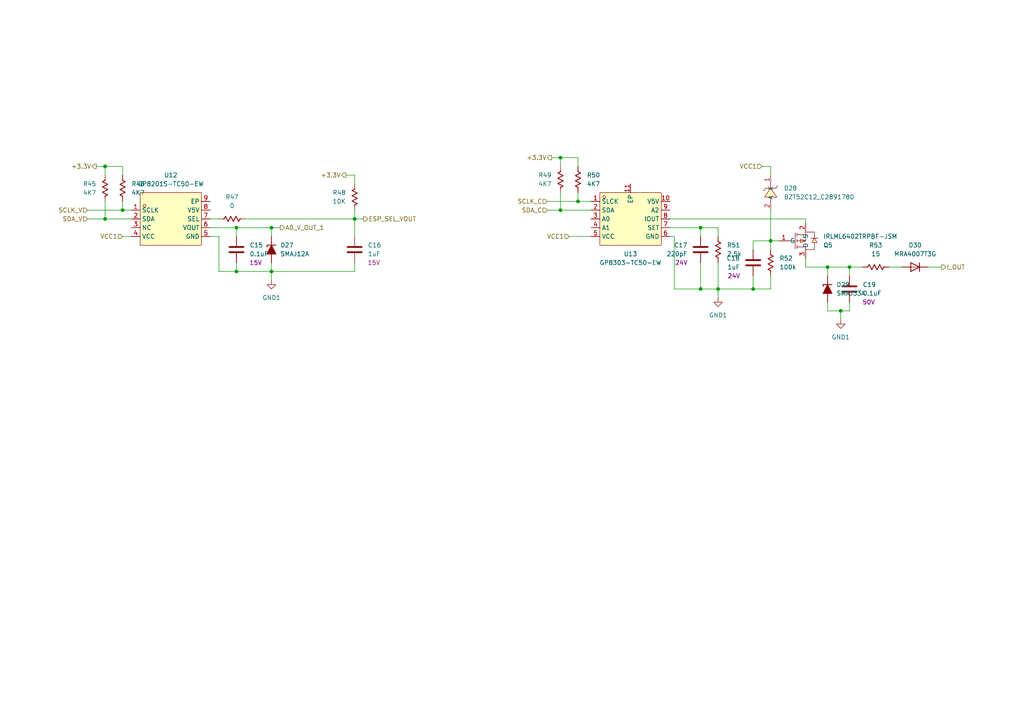
<source format=kicad_sch>
(kicad_sch (version 20250114) (generator "eeschema") (generator_version "9.0")
  (paper "A4")
  (lib_symbols
    (symbol "Diode:MRA4007T3G" (pin_numbers (hide yes)) (pin_names (hide yes))
      (property "Reference" "D" (at 0 2.54 0))
      (property "Value" "MRA4007T3G" (at 0 -2.54 0))
      (symbol "MRA4007T3G_0_1"
        (polyline (pts (xy -1.27 1.27) (xy -1.27 -1.27)) (stroke (width 0.254)))
        (polyline (pts (xy 1.27 1.27) (xy 1.27 -1.27) (xy -1.27 0) (xy 1.27 1.27)) (stroke (width 0.254)))
        (polyline (pts (xy 1.27 0) (xy -1.27 0)))
      )
      (symbol "MRA4007T3G_1_1"
        (pin passive line (at -3.81 0 0) (length 2.54) (name "K") (number "1"))
        (pin passive line (at 3.81 0 180) (length 2.54) (name "A") (number "2"))
      )
    )
    (symbol "EasyEDA:BZT52C12_C2891780"
      (property "Reference" "D" (at 0 5.08 0))
      (property "Value" "BZT52C12_C2891780" (at 0 -5.08 0))
      (symbol "BZT52C12_C2891780_0_1"
        (polyline (pts (xy -2.03 2.03) (xy -1.27 1.52) (xy -1.27 -1.52) (xy -0.51 -2.03)))
        (polyline (pts (xy -1.27 0) (xy -2.54 0)))
        (polyline (pts (xy 1.27 1.78) (xy -1.27 0) (xy 1.27 -1.78) (xy 1.27 1.78)) (fill (type background)))
        (polyline (pts (xy 2.54 0) (xy 1.27 0)))
        (pin unspecified line (at -5.08 0 0) (length 2.54) (name "K") (number "1"))
        (pin unspecified line (at 5.08 0 180) (length 2.54) (name "A") (number "2"))
      )
    )
    (symbol "EasyEDA:GP8201S-TC50-EW"
      (property "Reference" "U" (at 0 10.16 0))
      (property "Value" "GP8201S-TC50-EW" (at 0 -10.16 0))
      (symbol "GP8201S-TC50-EW_0_1"
        (rectangle (start -8.89 7.62) (end 8.89 -7.62) (fill (type background)))
        (circle (center -7.62 3.81) (radius 0.38))
        (pin unspecified line (at -11.43 2.54 0) (length 2.54) (name "SCLK") (number "1"))
        (pin unspecified line (at -11.43 0 0) (length 2.54) (name "SDA") (number "2"))
        (pin unspecified line (at -11.43 -2.54 0) (length 2.54) (name "NC") (number "3"))
        (pin unspecified line (at -11.43 -5.08 0) (length 2.54) (name "VCC") (number "4"))
        (pin unspecified line (at 11.43 5.08 180) (length 2.54) (name "EP") (number "9"))
        (pin unspecified line (at 11.43 2.54 180) (length 2.54) (name "V5V") (number "8"))
        (pin unspecified line (at 11.43 0 180) (length 2.54) (name "SEL") (number "7"))
        (pin unspecified line (at 11.43 -2.54 180) (length 2.54) (name "VOUT") (number "6"))
        (pin unspecified line (at 11.43 -5.08 180) (length 2.54) (name "GND") (number "5"))
      )
    )
    (symbol "EasyEDA:GP8303-TC50-EW"
      (property "Reference" "U" (at 0 15.24 0))
      (property "Value" "GP8303-TC50-EW" (at 0 -10.16 0))
      (symbol "GP8303-TC50-EW_0_1"
        (rectangle (start -8.89 7.62) (end 8.89 -7.62) (fill (type background)))
        (circle (center -7.62 6.35) (radius 0.38))
        (pin unspecified line (at -11.43 5.08 0) (length 2.54) (name "SLCK") (number "1"))
        (pin unspecified line (at -11.43 2.54 0) (length 2.54) (name "SDA") (number "2"))
        (pin unspecified line (at -11.43 0 0) (length 2.54) (name "A0") (number "3"))
        (pin unspecified line (at -11.43 -2.54 0) (length 2.54) (name "A1") (number "4"))
        (pin unspecified line (at -11.43 -5.08 0) (length 2.54) (name "VCC") (number "5"))
        (pin unspecified line (at 0 10.16 270) (length 2.54) (name "EP") (number "11"))
        (pin unspecified line (at 11.43 5.08 180) (length 2.54) (name "V5V") (number "10"))
        (pin unspecified line (at 11.43 2.54 180) (length 2.54) (name "A2") (number "9"))
        (pin unspecified line (at 11.43 0 180) (length 2.54) (name "IOUT") (number "8"))
        (pin unspecified line (at 11.43 -2.54 180) (length 2.54) (name "SET") (number "7"))
        (pin unspecified line (at 11.43 -5.08 180) (length 2.54) (name "GND") (number "6"))
      )
    )
    (symbol "EasyEDA:IRLML6402TRPBF-JSM"
      (property "Reference" "Q" (at 0 10.16 0))
      (property "Value" "IRLML6402TRPBF-JSM" (at 0 -10.16 0))
      (symbol "IRLML6402TRPBF-JSM_0_1"
        (polyline (pts (xy -2.54 0) (xy -0.51 0)))
        (polyline (pts (xy -0.51 2.29) (xy -0.51 -2.29)))
        (polyline (pts (xy 0 2.29) (xy 0 1.27)))
        (polyline (pts (xy 0 1.78) (xy 2.54 1.78) (xy 2.54 2.54) (xy 5.08 2.54) (xy 5.08 0.51)))
        (polyline (pts (xy 0 0) (xy 2.54 0) (xy 2.54 -2.54) (xy 5.08 -2.54) (xy 5.08 -0.76)))
        (polyline (pts (xy 0 -0.51) (xy 0 0.51)))
        (polyline (pts (xy 0 -2.29) (xy 0 -1.27)))
        (polyline (pts (xy 2.54 0) (xy 1.02 -0.51) (xy 1.02 0.51) (xy 2.54 0)) (fill (type background)))
        (polyline (pts (xy 2.54 -1.78) (xy 0 -1.78)))
        (polyline (pts (xy 5.08 -0.76) (xy 4.32 0.51) (xy 5.84 0.51) (xy 5.08 -0.76)) (fill (type background)))
        (polyline (pts (xy 6.1 -0.76) (xy 5.59 -0.76) (xy 4.57 -0.76) (xy 4.06 -0.76)))
        (pin unspecified line (at -5.08 0 0) (length 2.54) (name "G") (number "1"))
        (pin unspecified line (at 2.54 5.08 270) (length 2.54) (name "D") (number "3"))
        (pin unspecified line (at 2.54 -5.08 90) (length 2.54) (name "S") (number "2"))
      )
    )
    (symbol "PCM_Capacitor_US_AKL:C_0603" (pin_numbers (hide yes)) (pin_names (offset 0.254))
      (property "Reference" "C" (at 0.635 2.54 0))
      (property "Value" "C_0603" (at 0.635 -2.54 0))
      (symbol "C_0603_0_1"
        (polyline (pts (xy -2.032 0.762) (xy 2.032 0.762)) (stroke (width 0.508)))
        (polyline (pts (xy -2.032 -0.762) (xy 2.032 -0.762)) (stroke (width 0.508)))
      )
      (symbol "C_0603_0_2"
        (polyline (pts (xy -2.54 -2.54) (xy -0.381 -0.381)))
        (polyline (pts (xy -0.508 -0.508) (xy -1.651 0.635)) (stroke (width 0.508)))
        (polyline (pts (xy -0.508 -0.508) (xy 0.635 -1.651)) (stroke (width 0.508)))
        (polyline (pts (xy 0.381 0.381) (xy 2.54 2.54)))
        (polyline (pts (xy 0.508 0.508) (xy -0.635 1.651)) (stroke (width 0.508)))
        (polyline (pts (xy 0.508 0.508) (xy 1.651 -0.635)) (stroke (width 0.508)))
      )
      (symbol "C_0603_1_1"
        (pin passive line (at 0 3.81 270) (length 2.794) (name "~") (number "1"))
        (pin passive line (at 0 -3.81 90) (length 2.794) (name "~") (number "2"))
      )
      (symbol "C_0603_1_2"
        (pin passive line (at -2.54 -2.54 90) (length 0) (name "~") (number "2"))
        (pin passive line (at 2.54 2.54 270) (length 0) (name "~") (number "1"))
      )
    )
    (symbol "PCM_Diode_TVS_AKL:SMAJ12A" (pin_numbers (hide yes)) (pin_names (offset 1.016) (hide yes))
      (property "Reference" "D" (at 0 5.08 0))
      (property "Value" "SMAJ12A" (at 0 2.54 0))
      (symbol "SMAJ12A_0_1"
        (polyline (pts (xy -1.27 1.27) (xy -1.27 -1.27) (xy 1.27 0) (xy -1.27 1.27)) (stroke (width 0.254)) (fill (type outline)))
        (polyline (pts (xy -1.27 0) (xy 1.27 0)))
        (polyline (pts (xy 1.27 1.27) (xy 0.762 1.27)) (stroke (width 0.254)))
        (polyline (pts (xy 1.27 -1.27) (xy 1.27 1.27)) (stroke (width 0.254)))
      )
      (symbol "SMAJ12A_0_2"
        (polyline (pts (xy -2.54 -2.54) (xy 2.54 2.54)))
        (polyline (pts (xy -0.889 -0.889) (xy -1.778 0) (xy 0.889 0.889) (xy 0 -1.778) (xy -0.889 -0.889)) (stroke (width 0.254)) (fill (type outline)))
        (polyline (pts (xy 0 1.778) (xy -0.381 1.397)) (stroke (width 0.254)))
        (polyline (pts (xy 0 1.778) (xy 1.778 0)) (stroke (width 0.254)))
      )
      (symbol "SMAJ12A_1_1"
        (pin passive line (at -3.81 0 0) (length 2.54) (name "A") (number "2"))
        (pin passive line (at 3.81 0 180) (length 2.54) (name "K") (number "1"))
      )
      (symbol "SMAJ12A_1_2"
        (pin passive line (at -2.54 -2.54 0) (length 0) (name "A") (number "2"))
        (pin passive line (at 2.54 2.54 180) (length 0) (name "K") (number "1"))
      )
    )
    (symbol "PCM_Diode_TVS_AKL:SMAJ33A" (pin_numbers (hide yes)) (pin_names (offset 1.016) (hide yes))
      (property "Reference" "D" (at 0 5.08 0))
      (property "Value" "SMAJ33A" (at 0 2.54 0))
      (symbol "SMAJ33A_0_1"
        (polyline (pts (xy -1.27 1.27) (xy -1.27 -1.27) (xy 1.27 0) (xy -1.27 1.27)) (stroke (width 0.254)) (fill (type outline)))
        (polyline (pts (xy -1.27 0) (xy 1.27 0)))
        (polyline (pts (xy 1.27 1.27) (xy 0.762 1.27)) (stroke (width 0.254)))
        (polyline (pts (xy 1.27 -1.27) (xy 1.27 1.27)) (stroke (width 0.254)))
      )
      (symbol "SMAJ33A_0_2"
        (polyline (pts (xy -2.54 -2.54) (xy 2.54 2.54)))
        (polyline (pts (xy -0.889 -0.889) (xy -1.778 0) (xy 0.889 0.889) (xy 0 -1.778) (xy -0.889 -0.889)) (stroke (width 0.254)) (fill (type outline)))
        (polyline (pts (xy 0 1.778) (xy -0.381 1.397)) (stroke (width 0.254)))
        (polyline (pts (xy 0 1.778) (xy 1.778 0)) (stroke (width 0.254)))
      )
      (symbol "SMAJ33A_1_1"
        (pin passive line (at -3.81 0 0) (length 2.54) (name "A") (number "2"))
        (pin passive line (at 3.81 0 180) (length 2.54) (name "K") (number "1"))
      )
      (symbol "SMAJ33A_1_2"
        (pin passive line (at -2.54 -2.54 0) (length 0) (name "A") (number "2"))
        (pin passive line (at 2.54 2.54 180) (length 0) (name "K") (number "1"))
      )
    )
    (symbol "PCM_Resistor_US_AKL:R_0603" (pin_numbers (hide yes)) (pin_names (offset 0))
      (property "Reference" "R" (at 2.54 1.27 0))
      (property "Value" "R_0603" (at 2.54 -1.27 0))
      (symbol "R_0603_0_1"
        (polyline (pts (xy 0 2.286) (xy 0 2.54)) (stroke (width 0.254)))
        (polyline (pts (xy 0 2.286) (xy 0.762 1.905) (xy -0.762 1.143) (xy 0 0.762) (xy 0.762 0.381) (xy 0 0) (xy -0.762 -0.381) (xy 0 -0.762) (xy 0.762 -1.143) (xy 0 -1.524) (xy -0.762 -1.905) (xy 0 -2.286)) (stroke (width 0.254)))
        (polyline (pts (xy 0 -2.286) (xy 0 -2.54)) (stroke (width 0.254)))
      )
      (symbol "R_0603_0_2"
        (polyline (pts (xy -2.54 -2.54) (xy -1.778 -1.778)))
        (polyline (pts (xy -1.778 -1.778) (xy -1.524 -1.524)) (stroke (width 0.254)))
        (polyline (pts (xy -1.524 -1.524) (xy -1.778 -0.762) (xy -1.016 -1.016)) (stroke (width 0.254)))
        (polyline (pts (xy -0.508 -0.508) (xy -0.762 0.254) (xy 0 0)) (stroke (width 0.254)))
        (polyline (pts (xy -0.508 -0.508) (xy -0.254 -1.27) (xy -1.016 -1.016)) (stroke (width 0.254)))
        (polyline (pts (xy 0.508 0.508) (xy 0.254 1.27) (xy 1.016 1.016)) (stroke (width 0.254)))
        (polyline (pts (xy 0.508 0.508) (xy 0.762 -0.254) (xy 0 0)) (stroke (width 0.254)))
        (polyline (pts (xy 1.524 1.524) (xy 1.778 0.762) (xy 1.016 1.016)) (stroke (width 0.254)))
        (polyline (pts (xy 1.778 1.778) (xy 1.524 1.524)) (stroke (width 0.254)))
        (polyline (pts (xy 1.778 1.778) (xy 2.54 2.54)))
      )
      (symbol "R_0603_1_1"
        (pin passive line (at 0 3.81 270) (length 1.27) (name "~") (number "1"))
        (pin passive line (at 0 -3.81 90) (length 1.27) (name "~") (number "2"))
      )
      (symbol "R_0603_1_2"
        (pin passive line (at -2.54 -2.54 0) (length 0) (name "") (number "2"))
        (pin passive line (at 2.54 2.54 180) (length 0) (name "") (number "1"))
      )
    )
    (symbol "PCM_Resistor_US_AKL:R_0805" (pin_numbers (hide yes)) (pin_names (offset 0))
      (property "Reference" "R" (at 2.54 1.27 0))
      (property "Value" "R_0805" (at 2.54 -1.27 0))
      (symbol "R_0805_0_1"
        (polyline (pts (xy 0 2.286) (xy 0 2.54)) (stroke (width 0.254)))
        (polyline (pts (xy 0 2.286) (xy 0.762 1.905) (xy -0.762 1.143) (xy 0 0.762) (xy 0.762 0.381) (xy 0 0) (xy -0.762 -0.381) (xy 0 -0.762) (xy 0.762 -1.143) (xy 0 -1.524) (xy -0.762 -1.905) (xy 0 -2.286)) (stroke (width 0.254)))
        (polyline (pts (xy 0 -2.286) (xy 0 -2.54)) (stroke (width 0.254)))
      )
      (symbol "R_0805_0_2"
        (polyline (pts (xy -2.54 -2.54) (xy -1.778 -1.778)))
        (polyline (pts (xy -1.778 -1.778) (xy -1.524 -1.524)) (stroke (width 0.254)))
        (polyline (pts (xy -1.524 -1.524) (xy -1.778 -0.762) (xy -1.016 -1.016)) (stroke (width 0.254)))
        (polyline (pts (xy -0.508 -0.508) (xy -0.762 0.254) (xy 0 0)) (stroke (width 0.254)))
        (polyline (pts (xy -0.508 -0.508) (xy -0.254 -1.27) (xy -1.016 -1.016)) (stroke (width 0.254)))
        (polyline (pts (xy 0.508 0.508) (xy 0.254 1.27) (xy 1.016 1.016)) (stroke (width 0.254)))
        (polyline (pts (xy 0.508 0.508) (xy 0.762 -0.254) (xy 0 0)) (stroke (width 0.254)))
        (polyline (pts (xy 1.524 1.524) (xy 1.778 0.762) (xy 1.016 1.016)) (stroke (width 0.254)))
        (polyline (pts (xy 1.778 1.778) (xy 1.524 1.524)) (stroke (width 0.254)))
        (polyline (pts (xy 1.778 1.778) (xy 2.54 2.54)))
      )
      (symbol "R_0805_1_1"
        (pin passive line (at 0 3.81 270) (length 1.27) (name "~") (number "1"))
        (pin passive line (at 0 -3.81 90) (length 1.27) (name "~") (number "2"))
      )
      (symbol "R_0805_1_2"
        (pin passive line (at -2.54 -2.54 0) (length 0) (name "") (number "2"))
        (pin passive line (at 2.54 2.54 180) (length 0) (name "") (number "1"))
      )
    )
    (symbol "power:GND" (power) (pin_numbers (hide yes)) (pin_names (offset 0) (hide yes))
      (property "Value" "GND" (at 0 -3.81 0))
      (symbol "GND_0_1"
        (polyline (pts (xy 0 0) (xy 0 -1.27) (xy 1.27 -1.27) (xy 0 -2.54) (xy -1.27 -1.27) (xy 0 -1.27)))
      )
      (symbol "GND_1_1"
        (pin power_in line (at 0 0 270) (length 0) (name "~") (number "1"))
      )
    )
  )
  (junction (at 208.28 83.82))
  (junction (at 203.2 66.04))
  (junction (at 78.74 78.74))
  (junction (at 162.56 60.96))
  (junction (at 203.2 83.82))
  (junction (at 68.58 66.04))
  (junction (at 30.48 63.5))
  (junction (at 246.38 77.47))
  (junction (at 240.03 77.47))
  (junction (at 102.87 63.5))
  (junction (at 243.84 90.17))
  (junction (at 223.52 69.85))
  (junction (at 30.48 48.26))
  (junction (at 68.58 78.74))
  (junction (at 218.44 83.82))
  (junction (at 35.56 60.96))
  (junction (at 78.74 66.04))
  (junction (at 167.64 58.42))
  (junction (at 162.56 45.72))
  (wire (pts (xy 158.75 58.42) (xy 167.64 58.42)))
  (wire (pts (xy 195.58 83.82) (xy 203.2 83.82)))
  (wire (pts (xy 30.48 58.42) (xy 30.48 63.5)))
  (wire (pts (xy 218.44 72.39) (xy 218.44 69.85)))
  (wire (pts (xy 27.94 48.26) (xy 30.48 48.26)))
  (wire (pts (xy 68.58 66.04) (xy 68.58 68.58)))
  (wire (pts (xy 78.74 66.04) (xy 81.28 66.04)))
  (wire (pts (xy 233.68 74.93) (xy 233.68 77.47)))
  (wire (pts (xy 78.74 76.2) (xy 78.74 78.74)))
  (wire (pts (xy 218.44 80.01) (xy 218.44 83.82)))
  (wire (pts (xy 35.56 60.96) (xy 38.1 60.96)))
  (wire (pts (xy 78.74 78.74) (xy 102.87 78.74)))
  (wire (pts (xy 63.5 68.58) (xy 60.96 68.58)))
  (wire (pts (xy 218.44 83.82) (xy 223.52 83.82)))
  (wire (pts (xy 102.87 63.5) (xy 102.87 68.58)))
  (wire (pts (xy 30.48 48.26) (xy 30.48 50.8)))
  (wire (pts (xy 160.02 45.72) (xy 162.56 45.72)))
  (wire (pts (xy 167.64 45.72) (xy 167.64 48.26)))
  (wire (pts (xy 100.33 50.8) (xy 102.87 50.8)))
  (wire (pts (xy 203.2 68.58) (xy 203.2 66.04)))
  (wire (pts (xy 240.03 87.63) (xy 240.03 90.17)))
  (wire (pts (xy 223.52 83.82) (xy 223.52 80.01)))
  (wire (pts (xy 226.06 69.85) (xy 223.52 69.85)))
  (wire (pts (xy 195.58 68.58) (xy 194.31 68.58)))
  (wire (pts (xy 60.96 66.04) (xy 68.58 66.04)))
  (wire (pts (xy 203.2 83.82) (xy 208.28 83.82)))
  (wire (pts (xy 218.44 69.85) (xy 223.52 69.85)))
  (wire (pts (xy 208.28 68.58) (xy 208.28 66.04)))
  (wire (pts (xy 68.58 76.2) (xy 68.58 78.74)))
  (wire (pts (xy 35.56 58.42) (xy 35.56 60.96)))
  (wire (pts (xy 78.74 68.58) (xy 78.74 66.04)))
  (wire (pts (xy 71.12 63.5) (xy 102.87 63.5)))
  (wire (pts (xy 194.31 63.5) (xy 233.68 63.5)))
  (wire (pts (xy 35.56 68.58) (xy 38.1 68.58)))
  (wire (pts (xy 102.87 76.2) (xy 102.87 78.74)))
  (wire (pts (xy 246.38 77.47) (xy 250.19 77.47)))
  (wire (pts (xy 243.84 90.17) (xy 246.38 90.17)))
  (wire (pts (xy 162.56 55.88) (xy 162.56 60.96)))
  (wire (pts (xy 165.1 68.58) (xy 171.45 68.58)))
  (wire (pts (xy 63.5 68.58) (xy 63.5 78.74)))
  (wire (pts (xy 167.64 58.42) (xy 171.45 58.42)))
  (wire (pts (xy 269.24 77.47) (xy 273.05 77.47)))
  (wire (pts (xy 257.81 77.47) (xy 261.62 77.47)))
  (wire (pts (xy 35.56 48.26) (xy 35.56 50.8)))
  (wire (pts (xy 203.2 76.2) (xy 203.2 83.82)))
  (wire (pts (xy 208.28 83.82) (xy 218.44 83.82)))
  (wire (pts (xy 162.56 45.72) (xy 167.64 45.72)))
  (wire (pts (xy 162.56 60.96) (xy 171.45 60.96)))
  (wire (pts (xy 167.64 55.88) (xy 167.64 58.42)))
  (wire (pts (xy 60.96 63.5) (xy 63.5 63.5)))
  (wire (pts (xy 78.74 78.74) (xy 68.58 78.74)))
  (wire (pts (xy 243.84 92.71) (xy 243.84 90.17)))
  (wire (pts (xy 78.74 78.74) (xy 78.74 81.28)))
  (wire (pts (xy 203.2 66.04) (xy 194.31 66.04)))
  (wire (pts (xy 158.75 60.96) (xy 162.56 60.96)))
  (wire (pts (xy 223.52 69.85) (xy 223.52 60.96)))
  (wire (pts (xy 78.74 66.04) (xy 68.58 66.04)))
  (wire (pts (xy 102.87 60.96) (xy 102.87 63.5)))
  (wire (pts (xy 240.03 77.47) (xy 240.03 80.01)))
  (wire (pts (xy 162.56 45.72) (xy 162.56 48.26)))
  (wire (pts (xy 246.38 80.01) (xy 246.38 77.47)))
  (wire (pts (xy 233.68 77.47) (xy 240.03 77.47)))
  (wire (pts (xy 195.58 68.58) (xy 195.58 83.82)))
  (wire (pts (xy 240.03 90.17) (xy 243.84 90.17)))
  (wire (pts (xy 30.48 63.5) (xy 38.1 63.5)))
  (wire (pts (xy 223.52 69.85) (xy 223.52 72.39)))
  (wire (pts (xy 68.58 78.74) (xy 63.5 78.74)))
  (wire (pts (xy 25.4 63.5) (xy 30.48 63.5)))
  (wire (pts (xy 208.28 86.36) (xy 208.28 83.82)))
  (wire (pts (xy 102.87 63.5) (xy 105.41 63.5)))
  (wire (pts (xy 240.03 77.47) (xy 246.38 77.47)))
  (wire (pts (xy 30.48 48.26) (xy 35.56 48.26)))
  (wire (pts (xy 220.98 48.26) (xy 223.52 48.26)))
  (wire (pts (xy 25.4 60.96) (xy 35.56 60.96)))
  (wire (pts (xy 208.28 76.2) (xy 208.28 83.82)))
  (wire (pts (xy 223.52 48.26) (xy 223.52 50.8)))
  (wire (pts (xy 102.87 50.8) (xy 102.87 53.34)))
  (wire (pts (xy 246.38 90.17) (xy 246.38 87.63)))
  (wire (pts (xy 208.28 66.04) (xy 203.2 66.04)))
  (wire (pts (xy 233.68 64.77) (xy 233.68 63.5)))
  (hierarchical_label "+3.3V" (shape output) (at 100.33 50.8 180))
  (hierarchical_label "I_OUT" (shape output) (at 273.05 77.47 0))
  (hierarchical_label "A0_V_OUT_1" (shape output) (at 81.28 66.04 0))
  (hierarchical_label "ESP_SEL_VOUT" (shape output) (at 105.41 63.5 0))
  (hierarchical_label "VCC1" (shape input) (at 165.1 68.58 180))
  (hierarchical_label "VCC1" (shape input) (at 35.56 68.58 180))
  (hierarchical_label "+3.3V" (shape output) (at 160.02 45.72 180))
  (hierarchical_label "SCLK_V" (shape input) (at 25.4 60.96 180))
  (hierarchical_label "SDA_V" (shape input) (at 25.4 63.5 180))
  (hierarchical_label "SDA_C" (shape input) (at 158.75 60.96 180))
  (hierarchical_label "VCC1" (shape input) (at 220.98 48.26 180))
  (hierarchical_label "+3.3V" (shape output) (at 27.94 48.26 180))
  (hierarchical_label "SCLK_C" (shape input) (at 158.75 58.42 180))
  (symbol (lib_id "PCM_Capacitor_US_AKL:C_0603") (at 203.2 72.39 0) (mirror y) (unit 1)
    (property "Reference" "C17" (at 199.39 71.1199 0) (effects (justify left)))
    (property "Value" "220pF" (at 199.39 73.6599 0) (effects (justify left)))
    (property "Footprint" "PCM_Capacitor_SMD_AKL:C_0603_1608Metric" (effects (hide yes)))
    (property "Description" "SMD 0603 MLCC capacitor, Alternate KiCad Library" (effects (hide yes)))
    (property "Vol" "24V" (at 197.612 76.2 0))
  )
  (symbol (lib_id "EasyEDA:GP8201S-TC50-EW") (at 49.53 63.5 0) (unit 1)
    (property "Reference" "U12" (at 49.53 50.8 0))
    (property "Value" "GP8201S-TC50-EW" (at 49.53 53.34 0))
    (property "Footprint" "EasyEDA:ESOP-8_L4.9-W3.9-P1.27-LS6.0-BL-EP" (effects (hide yes)))
    (property "LCSC Part" "C5240058" (effects (hide yes)))
  )
  (symbol (lib_id "power:GND") (at 78.74 81.28 0) (unit 1)
    (property "Reference" "#PWR067" (effects (hide yes)))
    (property "Value" "GND1" (at 78.74 86.36 0))
    (property "Description" "Power symbol creates a global label with name \"GND\" , ground" (effects (hide yes)))
  )
  (symbol (lib_id "PCM_Resistor_US_AKL:R_0603") (at 30.48 54.61 0) (mirror y) (unit 1)
    (property "Reference" "R45" (at 27.94 53.3399 0) (effects (justify left)))
    (property "Value" "4K7" (at 27.94 55.8799 0) (effects (justify left)))
    (property "Footprint" "PCM_Resistor_SMD_AKL:R_0603_1608Metric" (effects (hide yes)))
    (property "Description" "SMD 0603 Chip Resistor, US Symbol, Alternate KiCad Library" (effects (hide yes)))
  )
  (symbol (lib_id "PCM_Capacitor_US_AKL:C_0603") (at 218.44 76.2 0) (mirror y) (unit 1)
    (property "Reference" "C18" (at 214.63 74.9299 0) (effects (justify left)))
    (property "Value" "1uF" (at 214.63 77.4699 0) (effects (justify left)))
    (property "Footprint" "PCM_Capacitor_SMD_AKL:C_0603_1608Metric" (effects (hide yes)))
    (property "Description" "SMD 0603 MLCC capacitor, Alternate KiCad Library" (effects (hide yes)))
    (property "Vol" "24V" (at 212.852 80.01 0))
  )
  (symbol (lib_id "power:GND") (at 208.28 86.36 0) (unit 1)
    (property "Reference" "#PWR068" (effects (hide yes)))
    (property "Value" "GND1" (at 208.28 91.44 0))
    (property "Description" "Power symbol creates a global label with name \"GND\" , ground" (effects (hide yes)))
  )
  (symbol (lib_id "PCM_Diode_TVS_AKL:SMAJ33A") (at 240.03 83.82 90) (unit 1)
    (property "Reference" "D29" (at 242.57 82.5499 90) (effects (justify right)))
    (property "Value" "SMAJ33A" (at 242.57 85.0899 90) (effects (justify right)))
    (property "Footprint" "PCM_Diode_SMD_AKL:D_SMA" (effects (hide yes)))
    (property "Datasheet" "https://www.tme.eu/Document/dbc72d81c249fe51b6ab42300e8e06d0/SMAJ_ser.pdf" (effects (hide yes)))
    (property "Description" "SMA Unidirectional TVS diode, 33V, 400W, Alternate KiCAD Library" (effects (hide yes)))
  )
  (symbol (lib_id "EasyEDA:IRLML6402TRPBF-JSM") (at 231.14 69.85 0) (mirror x) (unit 1)
    (property "Reference" "Q5" (at 238.76 71.1201 0) (effects (justify left)))
    (property "Value" "IRLML6402TRPBF-JSM" (at 238.76 68.5801 0) (effects (justify left)))
    (property "Footprint" "EasyEDA:SOT-23-3_L2.9-W1.3-P1.90-LS2.4-BR" (effects (hide yes)))
    (property "LCSC Part" "C18190991" (effects (hide yes)))
  )
  (symbol (lib_id "power:GND") (at 243.84 92.71 0) (unit 1)
    (property "Reference" "#PWR069" (effects (hide yes)))
    (property "Value" "GND1" (at 243.84 97.79 0))
    (property "Description" "Power symbol creates a global label with name \"GND\" , ground" (effects (hide yes)))
  )
  (symbol (lib_id "EasyEDA:GP8303-TC50-EW") (at 182.88 63.5 0) (unit 1)
    (property "Reference" "U13" (at 182.88 73.66 0))
    (property "Value" "GP8303-TC50-EW" (at 182.88 76.2 0))
    (property "Footprint" "EasyEDA:ESOP-10_L4.9-W3.9-P1.00-LS6.1-BL-EP" (effects (hide yes)))
    (property "LCSC Part" "C3445809" (effects (hide yes)))
  )
  (symbol (lib_id "PCM_Resistor_US_AKL:R_0603") (at 102.87 57.15 0) (mirror y) (unit 1)
    (property "Reference" "R48" (at 100.33 55.8799 0) (effects (justify left)))
    (property "Value" "10K" (at 100.33 58.4199 0) (effects (justify left)))
    (property "Footprint" "PCM_Resistor_SMD_AKL:R_0603_1608Metric" (effects (hide yes)))
    (property "Description" "SMD 0603 Chip Resistor, US Symbol, Alternate KiCad Library" (effects (hide yes)))
  )
  (symbol (lib_id "PCM_Capacitor_US_AKL:C_0603") (at 102.87 72.39 0) (unit 1)
    (property "Reference" "C16" (at 106.68 71.1199 0) (effects (justify left)))
    (property "Value" "1uF" (at 106.68 73.6599 0) (effects (justify left)))
    (property "Footprint" "PCM_Capacitor_SMD_AKL:C_0603_1608Metric" (effects (hide yes)))
    (property "Description" "SMD 0603 MLCC capacitor, Alternate KiCad Library" (effects (hide yes)))
    (property "Vol" "15V" (at 108.458 76.2 0))
  )
  (symbol (lib_id "PCM_Diode_TVS_AKL:SMAJ12A") (at 78.74 72.39 90) (unit 1)
    (property "Reference" "D27" (at 81.28 71.1199 90) (effects (justify right)))
    (property "Value" "SMAJ12A" (at 81.28 73.6599 90) (effects (justify right)))
    (property "Footprint" "PCM_Diode_SMD_AKL:D_SMA" (effects (hide yes)))
    (property "Datasheet" "https://www.tme.eu/Document/dbc72d81c249fe51b6ab42300e8e06d0/SMAJ_ser.pdf" (effects (hide yes)))
    (property "Description" "SMA Unidirectional TVS diode, 12V, 400W, Alternate KiCAD Library" (effects (hide yes)))
  )
  (symbol (lib_id "Diode:MRA4007T3G") (at 265.43 77.47 0) (mirror y) (unit 1)
    (property "Reference" "D30" (at 265.43 71.12 0))
    (property "Value" "MRA4007T3G" (at 265.43 73.66 0))
    (property "Footprint" "Diode_SMD:D_SMA" (effects (hide yes)))
    (property "Datasheet" "http://www.onsemi.com/pub_link/Collateral/MRA4003T3-D.PDF" (effects (hide yes)))
    (property "Description" "1000V, 1A, General Purpose Rectifier Diode, SMA(DO-214AC)" (effects (hide yes)))
    (property "Sim.Device" "D" (effects (hide yes)))
    (property "Sim.Pins" "1=K 2=A" (effects (hide yes)))
  )
  (symbol (lib_id "PCM_Resistor_US_AKL:R_0603") (at 167.64 52.07 0) (unit 1)
    (property "Reference" "R50" (at 170.18 50.7999 0) (effects (justify left)))
    (property "Value" "4K7" (at 170.18 53.3399 0) (effects (justify left)))
    (property "Footprint" "PCM_Resistor_SMD_AKL:R_0603_1608Metric" (effects (hide yes)))
    (property "Description" "SMD 0603 Chip Resistor, US Symbol, Alternate KiCad Library" (effects (hide yes)))
  )
  (symbol (lib_id "PCM_Resistor_US_AKL:R_0603") (at 162.56 52.07 0) (mirror y) (unit 1)
    (property "Reference" "R49" (at 160.02 50.7999 0) (effects (justify left)))
    (property "Value" "4K7" (at 160.02 53.3399 0) (effects (justify left)))
    (property "Footprint" "PCM_Resistor_SMD_AKL:R_0603_1608Metric" (effects (hide yes)))
    (property "Description" "SMD 0603 Chip Resistor, US Symbol, Alternate KiCad Library" (effects (hide yes)))
  )
  (symbol (lib_id "PCM_Capacitor_US_AKL:C_0603") (at 68.58 72.39 0) (unit 1)
    (property "Reference" "C15" (at 72.39 71.1199 0) (effects (justify left)))
    (property "Value" "0.1uF" (at 72.39 73.6599 0) (effects (justify left)))
    (property "Footprint" "PCM_Capacitor_SMD_AKL:C_0603_1608Metric" (effects (hide yes)))
    (property "Description" "SMD 0603 MLCC capacitor, Alternate KiCad Library" (effects (hide yes)))
    (property "Vol" "15V" (at 74.168 76.2 0))
  )
  (symbol (lib_id "PCM_Resistor_US_AKL:R_0603") (at 223.52 76.2 0) (unit 1)
    (property "Reference" "R52" (at 226.06 74.9299 0) (effects (justify left)))
    (property "Value" "100k" (at 226.06 77.4699 0) (effects (justify left)))
    (property "Footprint" "PCM_Resistor_SMD_AKL:R_0603_1608Metric" (effects (hide yes)))
    (property "Description" "SMD 0603 Chip Resistor, US Symbol, Alternate KiCad Library" (effects (hide yes)))
  )
  (symbol (lib_id "PCM_Resistor_US_AKL:R_0603") (at 35.56 54.61 0) (unit 1)
    (property "Reference" "R46" (at 38.1 53.3399 0) (effects (justify left)))
    (property "Value" "4K7" (at 38.1 55.8799 0) (effects (justify left)))
    (property "Footprint" "PCM_Resistor_SMD_AKL:R_0603_1608Metric" (effects (hide yes)))
    (property "Description" "SMD 0603 Chip Resistor, US Symbol, Alternate KiCad Library" (effects (hide yes)))
  )
  (symbol (lib_id "PCM_Capacitor_US_AKL:C_0603") (at 246.38 83.82 0) (unit 1)
    (property "Reference" "C19" (at 250.19 82.5499 0) (effects (justify left)))
    (property "Value" "0.1uF" (at 250.19 85.0899 0) (effects (justify left)))
    (property "Footprint" "PCM_Capacitor_SMD_AKL:C_0603_1608Metric" (effects (hide yes)))
    (property "Description" "SMD 0603 MLCC capacitor, Alternate KiCad Library" (effects (hide yes)))
    (property "Vol" "50V" (at 251.968 87.63 0))
  )
  (symbol (lib_id "PCM_Resistor_US_AKL:R_0603") (at 208.28 72.39 0) (unit 1)
    (property "Reference" "R51" (at 210.82 71.1199 0) (effects (justify left)))
    (property "Value" "2.5k" (at 210.82 73.6599 0) (effects (justify left)))
    (property "Footprint" "PCM_Resistor_SMD_AKL:R_0603_1608Metric" (effects (hide yes)))
    (property "Description" "SMD 0603 Chip Resistor, US Symbol, Alternate KiCad Library" (effects (hide yes)))
  )
  (symbol (lib_id "EasyEDA:BZT52C12_C2891780") (at 223.52 55.88 270) (unit 1)
    (property "Reference" "D28" (at 227.33 54.6099 90) (effects (justify left)))
    (property "Value" "BZT52C12_C2891780" (at 227.33 57.1499 90) (effects (justify left)))
    (property "Footprint" "EasyEDA:SOD-123_L2.7-W1.6-LS3.7-RD-1" (effects (hide yes)))
    (property "LCSC Part" "C2891780" (effects (hide yes)))
  )
  (symbol (lib_id "PCM_Resistor_US_AKL:R_0805") (at 254 77.47 90) (unit 1)
    (property "Reference" "R53" (at 254 71.12 90))
    (property "Value" "15" (at 254 73.66 90))
    (property "Footprint" "PCM_Resistor_SMD_AKL:R_0805_2012Metric" (effects (hide yes)))
    (property "Description" "SMD 0805 Chip Resistor, US Symbol, Alternate KiCad Library" (effects (hide yes)))
  )
  (symbol (lib_id "PCM_Resistor_US_AKL:R_0603") (at 67.31 63.5 90) (unit 1)
    (property "Reference" "R47" (at 67.31 57.15 90))
    (property "Value" "0" (at 67.31 59.69 90))
    (property "Footprint" "PCM_Resistor_SMD_AKL:R_0603_1608Metric" (effects (hide yes)))
    (property "Description" "SMD 0603 Chip Resistor, US Symbol, Alternate KiCad Library" (effects (hide yes)))
  )
)
</source>
